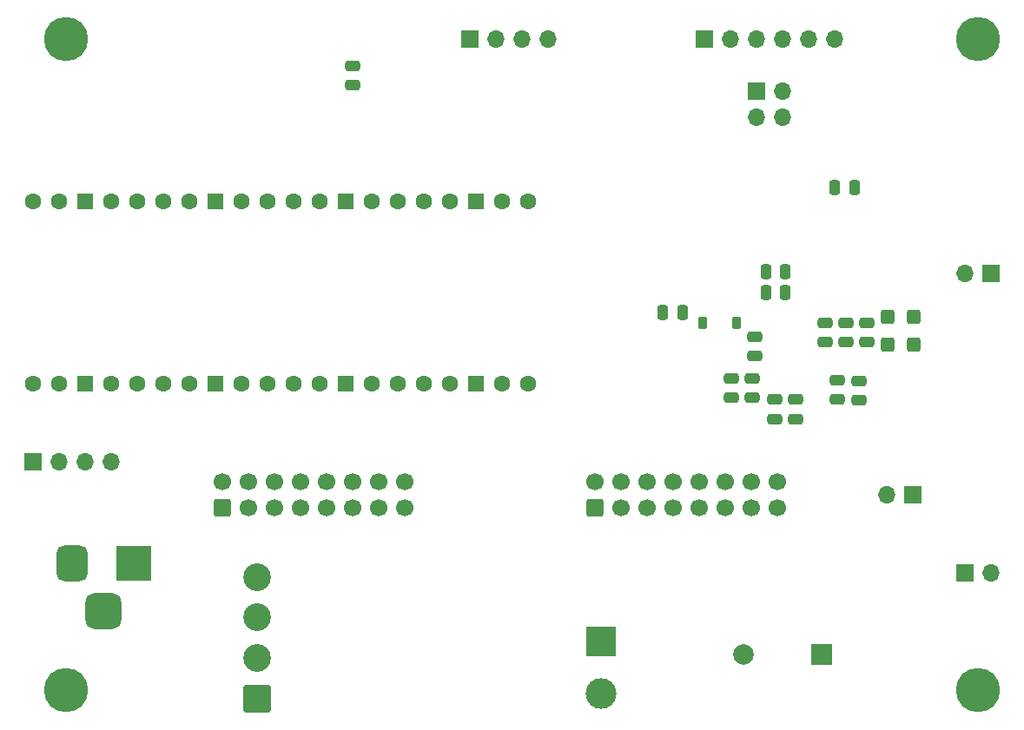
<source format=gbr>
%TF.GenerationSoftware,KiCad,Pcbnew,7.0.11-7.0.11~ubuntu20.04.1*%
%TF.CreationDate,2024-03-20T21:38:14+00:00*%
%TF.ProjectId,MDFPGA,4d444650-4741-42e6-9b69-6361645f7063,rev?*%
%TF.SameCoordinates,Original*%
%TF.FileFunction,Soldermask,Bot*%
%TF.FilePolarity,Negative*%
%FSLAX46Y46*%
G04 Gerber Fmt 4.6, Leading zero omitted, Abs format (unit mm)*
G04 Created by KiCad (PCBNEW 7.0.11-7.0.11~ubuntu20.04.1) date 2024-03-20 21:38:14*
%MOMM*%
%LPD*%
G01*
G04 APERTURE LIST*
G04 Aperture macros list*
%AMRoundRect*
0 Rectangle with rounded corners*
0 $1 Rounding radius*
0 $2 $3 $4 $5 $6 $7 $8 $9 X,Y pos of 4 corners*
0 Add a 4 corners polygon primitive as box body*
4,1,4,$2,$3,$4,$5,$6,$7,$8,$9,$2,$3,0*
0 Add four circle primitives for the rounded corners*
1,1,$1+$1,$2,$3*
1,1,$1+$1,$4,$5*
1,1,$1+$1,$6,$7*
1,1,$1+$1,$8,$9*
0 Add four rect primitives between the rounded corners*
20,1,$1+$1,$2,$3,$4,$5,0*
20,1,$1+$1,$4,$5,$6,$7,0*
20,1,$1+$1,$6,$7,$8,$9,0*
20,1,$1+$1,$8,$9,$2,$3,0*%
G04 Aperture macros list end*
%ADD10R,1.700000X1.700000*%
%ADD11O,1.700000X1.700000*%
%ADD12C,1.600000*%
%ADD13RoundRect,0.200000X0.600000X-0.600000X0.600000X0.600000X-0.600000X0.600000X-0.600000X-0.600000X0*%
%ADD14R,3.000000X3.000000*%
%ADD15C,3.000000*%
%ADD16C,4.300000*%
%ADD17R,2.000000X2.000000*%
%ADD18C,2.000000*%
%ADD19RoundRect,0.250000X0.600000X-0.600000X0.600000X0.600000X-0.600000X0.600000X-0.600000X-0.600000X0*%
%ADD20C,1.700000*%
%ADD21RoundRect,0.250001X1.099999X-1.099999X1.099999X1.099999X-1.099999X1.099999X-1.099999X-1.099999X0*%
%ADD22C,2.700000*%
%ADD23R,3.500000X3.500000*%
%ADD24RoundRect,0.750000X-0.750000X-1.000000X0.750000X-1.000000X0.750000X1.000000X-0.750000X1.000000X0*%
%ADD25RoundRect,0.875000X-0.875000X-0.875000X0.875000X-0.875000X0.875000X0.875000X-0.875000X0.875000X0*%
%ADD26RoundRect,0.250000X-0.250000X-0.475000X0.250000X-0.475000X0.250000X0.475000X-0.250000X0.475000X0*%
%ADD27RoundRect,0.250000X0.475000X-0.250000X0.475000X0.250000X-0.475000X0.250000X-0.475000X-0.250000X0*%
%ADD28RoundRect,0.250000X-0.475000X0.250000X-0.475000X-0.250000X0.475000X-0.250000X0.475000X0.250000X0*%
%ADD29RoundRect,0.250000X0.425000X-0.450000X0.425000X0.450000X-0.425000X0.450000X-0.425000X-0.450000X0*%
%ADD30RoundRect,0.225000X0.225000X0.375000X-0.225000X0.375000X-0.225000X-0.375000X0.225000X-0.375000X0*%
%ADD31RoundRect,0.250000X0.250000X0.475000X-0.250000X0.475000X-0.250000X-0.475000X0.250000X-0.475000X0*%
G04 APERTURE END LIST*
D10*
%TO.C,J11*%
X87630000Y-49530000D03*
D11*
X85090000Y-49530000D03*
%TD*%
D10*
%TO.C,J10*%
X92710000Y-57150000D03*
D11*
X95250000Y-57150000D03*
%TD*%
D12*
%TO.C,A1*%
X1905000Y-38735000D03*
X4445000Y-38735000D03*
D13*
X6985000Y-38735000D03*
D12*
X9525000Y-38735000D03*
X12065000Y-38735000D03*
X14605000Y-38735000D03*
X17145000Y-38735000D03*
D13*
X19685000Y-38735000D03*
D12*
X22225000Y-38735000D03*
X24765000Y-38735000D03*
X27305000Y-38735000D03*
X29845000Y-38735000D03*
D13*
X32385000Y-38735000D03*
D12*
X34925000Y-38735000D03*
X37465000Y-38735000D03*
X40005000Y-38693119D03*
X42545000Y-38735000D03*
D13*
X45085000Y-38735000D03*
D12*
X47625000Y-38735000D03*
X50165000Y-38735000D03*
X50165000Y-20955000D03*
X47625000Y-20955000D03*
D13*
X45085000Y-20955000D03*
D12*
X42545000Y-20955000D03*
X40005000Y-20955000D03*
X37465000Y-20955000D03*
X34925000Y-20955000D03*
D13*
X32385000Y-20955000D03*
D12*
X29845000Y-20955000D03*
X27305000Y-20955000D03*
X24765000Y-20955000D03*
X22225000Y-20955000D03*
D13*
X19685000Y-20955000D03*
D12*
X17145000Y-20955000D03*
X14605000Y-20955000D03*
X12065000Y-20955000D03*
X9525000Y-20955000D03*
D13*
X6985000Y-20955000D03*
D12*
X4445000Y-20955000D03*
X1905000Y-20955000D03*
%TD*%
D10*
%TO.C,J1*%
X67310000Y-5080000D03*
D11*
X69850000Y-5080000D03*
X72390000Y-5080000D03*
X74930000Y-5080000D03*
X77470000Y-5080000D03*
X80010000Y-5080000D03*
%TD*%
D10*
%TO.C,J2*%
X1905000Y-46355000D03*
D11*
X4445000Y-46355000D03*
X6985000Y-46355000D03*
X9525000Y-46355000D03*
%TD*%
D14*
%TO.C,J7*%
X57280000Y-63875000D03*
D15*
X57280000Y-68955000D03*
%TD*%
D16*
%TO.C,H4*%
X93980000Y-68580000D03*
%TD*%
%TO.C,H2*%
X93980000Y-5080000D03*
%TD*%
D17*
%TO.C,SP1*%
X78730000Y-65145000D03*
D18*
X71130000Y-65145000D03*
%TD*%
D10*
%TO.C,J9*%
X95250000Y-27940000D03*
D11*
X92710000Y-27940000D03*
%TD*%
D10*
%TO.C,J8*%
X72390000Y-10160000D03*
D11*
X74930000Y-10160000D03*
X72390000Y-12700000D03*
X74930000Y-12700000D03*
%TD*%
D19*
%TO.C,J3*%
X20320000Y-50800000D03*
D20*
X20320000Y-48260000D03*
X22860000Y-50800000D03*
X22860000Y-48260000D03*
X25400000Y-50800000D03*
X25400000Y-48260000D03*
X27940000Y-50800000D03*
X27940000Y-48260000D03*
X30480000Y-50800000D03*
X30480000Y-48260000D03*
X33020000Y-50800000D03*
X33020000Y-48260000D03*
X35560000Y-50800000D03*
X35560000Y-48260000D03*
X38100000Y-50800000D03*
X38100000Y-48260000D03*
%TD*%
D10*
%TO.C,J5*%
X44450000Y-5080000D03*
D11*
X46990000Y-5080000D03*
X49530000Y-5080000D03*
X52070000Y-5080000D03*
%TD*%
D16*
%TO.C,H3*%
X5080000Y-68580000D03*
%TD*%
%TO.C,H1*%
X5080000Y-5080000D03*
%TD*%
D21*
%TO.C,J4*%
X23705000Y-69440000D03*
D22*
X23705000Y-65480000D03*
X23705000Y-61520000D03*
X23705000Y-57560000D03*
%TD*%
D23*
%TO.C,CON1*%
X11715000Y-56192500D03*
D24*
X5715000Y-56192500D03*
D25*
X8715000Y-60892500D03*
%TD*%
D19*
%TO.C,J6*%
X56645000Y-50800000D03*
D20*
X56645000Y-48260000D03*
X59185000Y-50800000D03*
X59185000Y-48260000D03*
X61725000Y-50800000D03*
X61725000Y-48260000D03*
X64265000Y-50800000D03*
X64265000Y-48260000D03*
X66805000Y-50800000D03*
X66805000Y-48260000D03*
X69345000Y-50800000D03*
X69345000Y-48260000D03*
X71885000Y-50800000D03*
X71885000Y-48260000D03*
X74425000Y-50800000D03*
X74425000Y-48260000D03*
%TD*%
D26*
%TO.C,C13*%
X73348000Y-27807000D03*
X75248000Y-27807000D03*
%TD*%
D27*
%TO.C,C6*%
X81156000Y-34665000D03*
X81156000Y-32765000D03*
%TD*%
D28*
%TO.C,C12*%
X72266000Y-34096000D03*
X72266000Y-35996000D03*
%TD*%
D27*
%TO.C,C15*%
X72012000Y-40060000D03*
X72012000Y-38160000D03*
%TD*%
%TO.C,C11*%
X79124000Y-34660000D03*
X79124000Y-32760000D03*
%TD*%
D26*
%TO.C,C8*%
X73348000Y-29839000D03*
X75248000Y-29839000D03*
%TD*%
D27*
%TO.C,C9*%
X76203000Y-42158000D03*
X76203000Y-40258000D03*
%TD*%
D29*
%TO.C,C3*%
X87760000Y-34872000D03*
X87760000Y-32172000D03*
%TD*%
D28*
%TO.C,C1*%
X33020000Y-7686000D03*
X33020000Y-9586000D03*
%TD*%
D27*
%TO.C,C10*%
X74171000Y-42158000D03*
X74171000Y-40258000D03*
%TD*%
D26*
%TO.C,C2*%
X63315000Y-31744000D03*
X65215000Y-31744000D03*
%TD*%
D29*
%TO.C,C5*%
X85220000Y-34872000D03*
X85220000Y-32172000D03*
%TD*%
D28*
%TO.C,C17*%
X82426000Y-38414000D03*
X82426000Y-40314000D03*
%TD*%
D30*
%TO.C,D4*%
X70487000Y-32760000D03*
X67187000Y-32760000D03*
%TD*%
D27*
%TO.C,C14*%
X69980000Y-40060000D03*
X69980000Y-38160000D03*
%TD*%
D31*
%TO.C,C7*%
X81979000Y-19552000D03*
X80079000Y-19552000D03*
%TD*%
D27*
%TO.C,C4*%
X83188000Y-34660000D03*
X83188000Y-32760000D03*
%TD*%
D28*
%TO.C,C16*%
X80267000Y-38348000D03*
X80267000Y-40248000D03*
%TD*%
M02*

</source>
